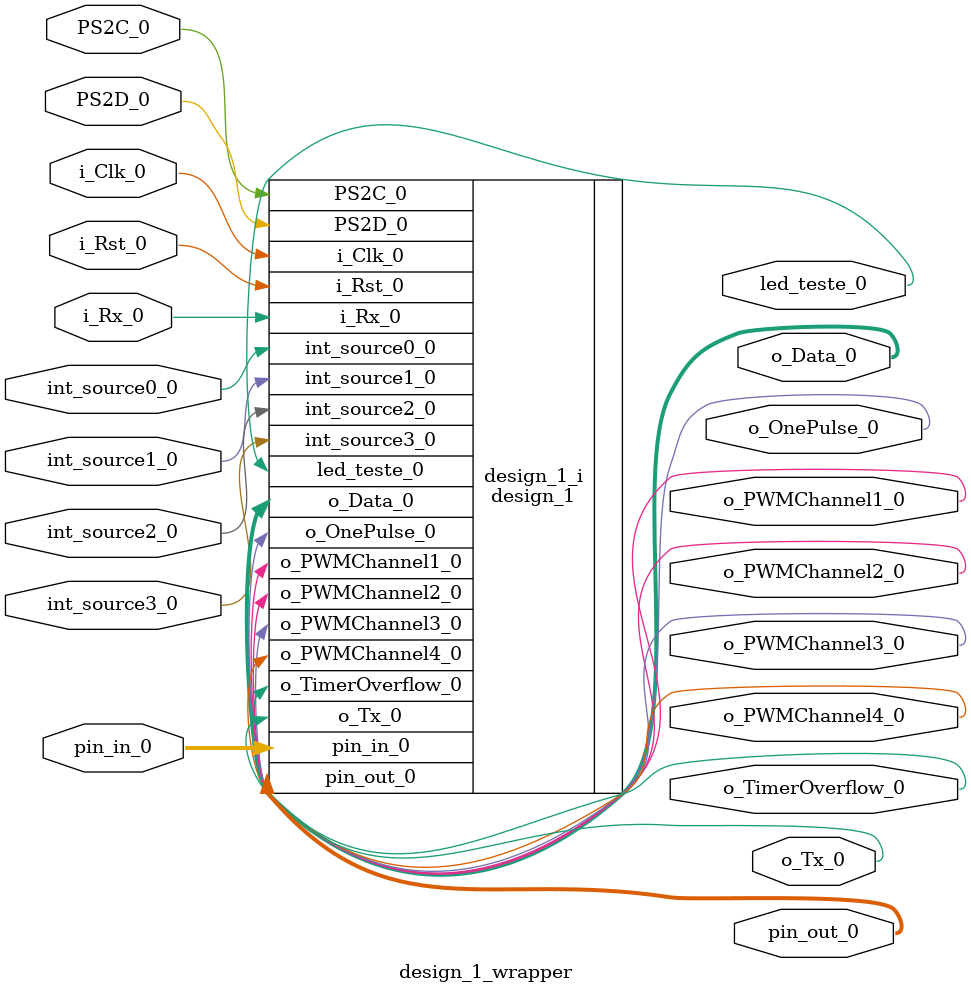
<source format=v>
`timescale 1 ps / 1 ps

module design_1_wrapper
   (PS2C_0,
    PS2D_0,
    i_Clk_0,
    i_Rst_0,
    i_Rx_0,
    int_source0_0,
    int_source1_0,
    int_source2_0,
    int_source3_0,
    led_teste_0,
    o_Data_0,
    o_OnePulse_0,
    o_PWMChannel1_0,
    o_PWMChannel2_0,
    o_PWMChannel3_0,
    o_PWMChannel4_0,
    o_TimerOverflow_0,
    o_Tx_0,
    pin_in_0,
    pin_out_0);
  input PS2C_0;
  input PS2D_0;
  input i_Clk_0;
  input i_Rst_0;
  input i_Rx_0;
  input int_source0_0;
  input int_source1_0;
  input int_source2_0;
  input int_source3_0;
  output led_teste_0;
  output [3:0]o_Data_0;
  output o_OnePulse_0;
  output o_PWMChannel1_0;
  output o_PWMChannel2_0;
  output o_PWMChannel3_0;
  output o_PWMChannel4_0;
  output o_TimerOverflow_0;
  output o_Tx_0;
  input [3:0]pin_in_0;
  output [3:0]pin_out_0;

  wire PS2C_0;
  wire PS2D_0;
  wire i_Clk_0;
  wire i_Rst_0;
  wire i_Rx_0;
  wire int_source0_0;
  wire int_source1_0;
  wire int_source2_0;
  wire int_source3_0;
  wire led_teste_0;
  wire [3:0]o_Data_0;
  wire o_OnePulse_0;
  wire o_PWMChannel1_0;
  wire o_PWMChannel2_0;
  wire o_PWMChannel3_0;
  wire o_PWMChannel4_0;
  wire o_TimerOverflow_0;
  wire o_Tx_0;
  wire [3:0]pin_in_0;
  wire [3:0]pin_out_0;

  design_1 design_1_i
       (.PS2C_0(PS2C_0),
        .PS2D_0(PS2D_0),
        .i_Clk_0(i_Clk_0),
        .i_Rst_0(i_Rst_0),
        .i_Rx_0(i_Rx_0),
        .int_source0_0(int_source0_0),
        .int_source1_0(int_source1_0),
        .int_source2_0(int_source2_0),
        .int_source3_0(int_source3_0),
        .led_teste_0(led_teste_0),
        .o_Data_0(o_Data_0),
        .o_OnePulse_0(o_OnePulse_0),
        .o_PWMChannel1_0(o_PWMChannel1_0),
        .o_PWMChannel2_0(o_PWMChannel2_0),
        .o_PWMChannel3_0(o_PWMChannel3_0),
        .o_PWMChannel4_0(o_PWMChannel4_0),
        .o_TimerOverflow_0(o_TimerOverflow_0),
        .o_Tx_0(o_Tx_0),
        .pin_in_0(pin_in_0),
        .pin_out_0(pin_out_0));
endmodule

</source>
